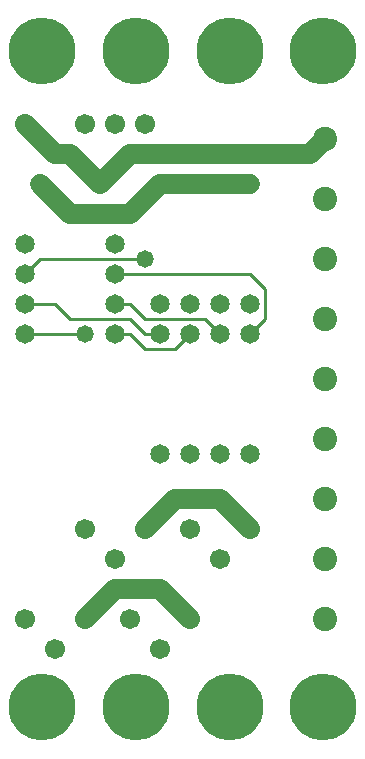
<source format=gbl>
%MOIN*%
%FSLAX25Y25*%
G04 D10 used for Character Trace; *
G04     Circle (OD=.01000) (No hole)*
G04 D11 used for Power Trace; *
G04     Circle (OD=.06700) (No hole)*
G04 D12 used for Signal Trace; *
G04     Circle (OD=.01100) (No hole)*
G04 D13 used for Via; *
G04     Circle (OD=.05800) (Round. Hole ID=.02800)*
G04 D14 used for Component hole; *
G04     Circle (OD=.06500) (Round. Hole ID=.03500)*
G04 D15 used for Component hole; *
G04     Circle (OD=.06700) (Round. Hole ID=.04300)*
G04 D16 used for Component hole; *
G04     Circle (OD=.08100) (Round. Hole ID=.05100)*
G04 D17 used for Component hole; *
G04     Circle (OD=.08900) (Round. Hole ID=.05900)*
G04 D18 used for Component hole; *
G04     Circle (OD=.11300) (Round. Hole ID=.08300)*
G04 D19 used for Component hole; *
G04     Circle (OD=.16000) (Round. Hole ID=.13000)*
G04 D20 used for Component hole; *
G04     Circle (OD=.18300) (Round. Hole ID=.15300)*
G04 D21 used for Component hole; *
G04     Circle (OD=.22291) (Round. Hole ID=.19291)*
%ADD10C,.01000*%
%ADD11C,.06700*%
%ADD12C,.01100*%
%ADD13C,.05800*%
%ADD14C,.06500*%
%ADD15C,.06700*%
%ADD16C,.08100*%
%ADD17C,.08900*%
%ADD18C,.11300*%
%ADD19C,.16000*%
%ADD20C,.18300*%
%ADD21C,.22291*%
%IPPOS*%
%LPD*%
G90*X0Y0D02*D21*X15625Y15625D03*D15*              
X20000Y35000D03*X45000Y45000D03*X30000D03*D11*    
X40000Y55000D01*X55000D01*X65000Y45000D01*D15*D03*
X55000Y35000D03*X75000Y65000D03*X40000D03*        
X85000Y75000D03*D11*X75000Y85000D01*X60000D01*    
X50000Y75000D01*D15*D03*X65000D03*X30000D03*D14*  
X75000Y100000D03*X65000D03*X55000D03*X85000D03*   
D15*X10000Y45000D03*D21*X109375Y15625D03*D16*     
X110000Y45000D03*Y65000D03*D12*X50000Y135000D02*  
X60000D01*X50000D02*X45000Y140000D01*X40000D01*   
D14*D03*D12*X50000D02*X45000Y145000D01*           
X50000Y140000D02*X55000D01*D14*D03*D12*           
X60000Y135000D02*X65000Y140000D01*D14*D03*D12*    
X75000D02*X70000Y145000D01*D14*X75000Y140000D03*  
D12*X50000Y145000D02*X70000D01*X50000D02*         
X45000Y150000D01*X40000D01*D14*D03*D12*           
X25000Y145000D02*X45000D01*X25000D02*             
X20000Y150000D01*X10000D01*D14*D03*Y160000D03*D12*
X15000Y165000D01*X50000D01*D13*D03*D14*           
X40000Y170000D03*Y160000D03*D12*X85000D01*        
X90000Y155000D01*Y145000D01*X85000Y140000D01*D14* 
D03*X75000Y150000D03*X85000D03*X65000D03*D16*     
X110000Y165000D03*Y125000D03*Y145000D03*D14*      
X55000Y150000D03*D16*X110000Y105000D03*D11*       
X25000Y180000D02*X45000D01*X25000D02*             
X15000Y190000D01*D14*D03*D11*X35000D02*           
X25000Y200000D01*D14*X35000Y190000D03*D11*        
X45000Y200000D01*X105000D01*X110000Y205000D01*D16*
D03*Y185000D03*D14*X85000Y190000D03*D11*X75000D01*
D14*D03*D11*X65000D01*D14*D03*D11*X55000D01*D14*  
D03*D11*X45000Y180000D01*X20000Y200000D02*        
X25000D01*X20000D02*X10000Y210000D01*D15*D03*     
X30000D03*D21*X15625Y234375D03*D15*               
X40000Y210000D03*D21*X46875Y234375D03*D15*        
X50000Y210000D03*D14*X10000Y170000D03*Y140000D03* 
D12*X30000D01*D13*D03*D16*X110000Y85000D03*D21*   
X109375Y234375D03*X78125D03*X46875Y15625D03*      
X78125D03*M02*                                    

</source>
